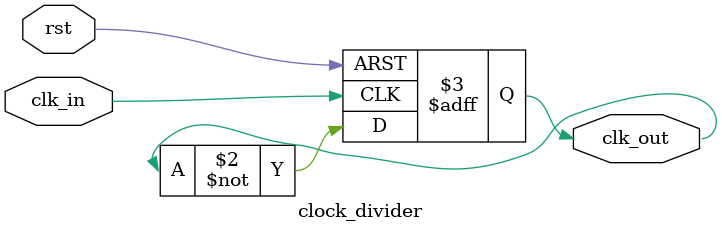
<source format=v>
module clock_divider(input clk_in, rst, output reg clk_out);
always @(posedge clk_in or posedge rst) begin
	if(rst)
		clk_out <= 0;
	else
		clk_out <= ~clk_out;
end
endmodule

</source>
